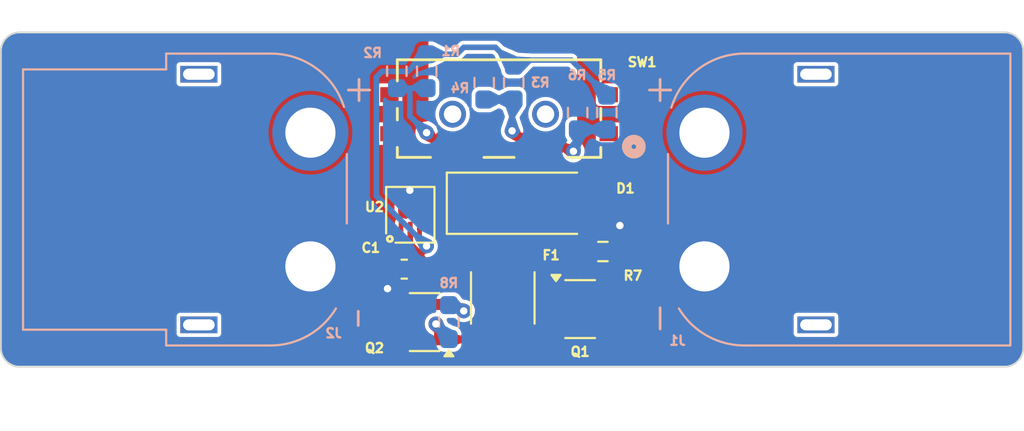
<source format=kicad_pcb>
(kicad_pcb (version 20240108) (generator "pcbnew") (generator_version "8.0")
  (layers (0 "F.Cu" signal) (31 "B.Cu" signal) (34 "B.Paste" user) (35 "F.Paste" user) (36 "B.SilkS" user "B.Silkscreen") (37 "F.SilkS" user "F.Silkscreen") (38 "B.Mask" user) (39 "F.Mask" user) (44 "Edge.Cuts" user))
  (net 0 "")
  (net 1 "GND")
  (net 2 "Net-(R1-Pad1)")
  (net 3 "Net-(Q2-S)")
  (net 4 "Net-(D1-K)")
  (net 5 "Net-(D1-A)")
  (net 6 "Net-(J1-Pin_2)")
  (net 7 "Net-(J2-Pin_2)")
  (net 8 "Net-(R3-Pad1)")
  (net 9 "Net-(R5-Pad1)")
  (net 10 "Net-(Q2-G)")
  (net 11 "Net-(U2-IN-)")
  (footprint "Package_TO_SOT_SMD:SOT-23-3" (layer "F.Cu") (at 147.1625 119.9)
    (property "Reference" "Q1" (at 0 2.3 0) (layer "F.SilkS") (effects (font (size 0.5 0.5))))
    (property "Value" "GSFC3415C")
    (fp_line (start 0 -1.56) (end -0.8 -1.56) (stroke (width 0.12)) (layer "F.SilkS"))
    (fp_line (start 0 -1.56) (end 0.8 -1.56) (stroke (width 0.12)) (layer "F.SilkS"))
    (fp_line (start 0 1.56) (end -0.8 1.56) (stroke (width 0.12)) (layer "F.SilkS"))
    (fp_line (start 0 1.56) (end 0.8 1.56) (stroke (width 0.12)) (layer "F.SilkS"))
    (fp_poly (pts (xy -1.3 -1.51) (xy -1.54 -1.84) (xy -1.06 -1.84) (xy -1.3 -1.51)) (stroke (width 0.12)) (fill solid) (layer "F.SilkS"))
    (pad "1" smd roundrect (at -1.1375 -0.95) (size 1.325 0.6) (layers "F.Cu" "F.Paste" "F.Mask") (net 4 "Net-(D1-K)"))
    (pad "2" smd roundrect (at -1.1375 0.95) (size 1.325 0.6) (layers "F.Cu" "F.Paste" "F.Mask") (net 5 "Net-(D1-A)"))
    (pad "3" smd roundrect (at 1.1375 0) (size 1.325 0.6) (layers "F.Cu" "F.Paste" "F.Mask") (net 6 "Net-(J1-Pin_2)"))
  )
  (footprint "BPP_Lib:CUS-13TB_NDC" (layer "F.Cu") (at 142.8 109.1 180)
    (property "Reference" "SW1" (at -7.7 2.5 0) (layer "F.SilkS") (effects (font (size 0.5 0.5))))
    (property "Value" "CUS-13TB")
    (fp_circle (center -7.2517 -2.0519) (end -6.8707 -2.0519) (stroke (width 0.508)) (fill none) (layer "B.SilkS"))
    (fp_line (start 5.4737 2.628901) (end 5.4737 1.48724) (stroke (width 0.1524)) (layer "F.SilkS"))
    (fp_line (start 5.4737 0.00896) (end 5.4737 -0.612759) (stroke (width 0.1524)) (layer "F.SilkS"))
    (fp_line (start 5.4737 -2.091039) (end 5.4737 -2.6289) (stroke (width 0.1524)) (layer "F.SilkS"))
    (fp_line (start 5.4737 -2.6289) (end 3.688339 -2.6289) (stroke (width 0.1524)) (layer "F.SilkS"))
    (fp_line (start 0.81166 -2.6289) (end -0.81166 -2.6289) (stroke (width 0.1524)) (layer "F.SilkS"))
    (fp_line (start -3.688339 -2.6289) (end -5.4737 -2.6289) (stroke (width 0.1524)) (layer "F.SilkS"))
    (fp_line (start -5.4737 2.628901) (end 5.4737 2.628901) (stroke (width 0.1524)) (layer "F.SilkS"))
    (fp_line (start -5.4737 1.48724) (end -5.4737 2.628901) (stroke (width 0.1524)) (layer "F.SilkS"))
    (fp_line (start -5.4737 -0.612759) (end -5.4737 0.00896) (stroke (width 0.1524)) (layer "F.SilkS"))
    (fp_line (start -5.4737 -2.6289) (end -5.4737 -2.091039) (stroke (width 0.1524)) (layer "F.SilkS"))
    (fp_circle (center -7.2517 -2.0519) (end -6.8707 -2.0519) (stroke (width 0.508)) (fill none) (layer "F.SilkS"))
    (pad "1" smd rect (at -2.999999 -2.0519 180) (size 0.7112 1.4986) (layers "F.Cu" "F.Paste" "F.Mask") (net 9 "Net-(R5-Pad1)"))
    (pad "2" smd rect (at -1.5 -2.0519 180) (size 0.7112 1.4986) (layers "F.Cu" "F.Paste" "F.Mask") (net 8 "Net-(R3-Pad1)"))
    (pad "3" smd rect (at 1.5 -2.0519 180) (size 0.7112 1.4986) (layers "F.Cu" "F.Paste" "F.Mask") (net 11 "Net-(U2-IN-)"))
    (pad "4" smd rect (at 2.999999 -2.0519 180) (size 0.7112 1.4986) (layers "F.Cu" "F.Paste" "F.Mask") (net 2 "Net-(R1-Pad1)"))
    (pad "5" smd rect (at -5.899998 -1.351899 180) (size 0.9906 0.8128) (layers "F.Cu" "F.Paste" "F.Mask"))
    (pad "6" smd rect (at 5.899998 -1.351899 180) (size 0.9906 0.8128) (layers "F.Cu" "F.Paste" "F.Mask"))
    (pad "7" smd rect (at -5.899998 0.7481 180) (size 0.9906 0.8128) (layers "F.Cu" "F.Paste" "F.Mask"))
    (pad "8" smd rect (at 5.899998 0.7481 180) (size 0.9906 0.8128) (layers "F.Cu" "F.Paste" "F.Mask"))
    (pad "9" thru_hole circle (at -2.5 -0.30184 180) (size 1.4478 1.4478) (drill 0.9398) (layers "*.Cu" "*.Mask"))
    (pad "10" thru_hole circle (at 2.5 -0.30184 180) (size 1.4478 1.4478) (drill 0.9398) (layers "*.Cu" "*.Mask"))
  )
  (footprint "PCM_Package_DFN_QFN_AKL:DFN-3-1EP-2x2mm_P0.5mm_EP1x1.35mm" (layer "F.Cu") (at 138.025 114.6214 90)
    (property "Reference" "U2" (at 0.2214 -1.925 0) (layer "F.SilkS") (effects (font (size 0.5 0.5))))
    (property "Value" "LT6703HDC-2" (hide yes))
    (fp_line (start 1.3 -1.3) (end 1.3 1.3) (stroke (width 0.12)) (layer "F.SilkS"))
    (fp_line (start -1.2 -1.3) (end 1.3 -1.3) (stroke (width 0.12)) (layer "F.SilkS"))
    (fp_line (start 1.3 1.3) (end -1.7 1.3) (stroke (width 0.12)) (layer "F.SilkS"))
    (fp_line (start -1.7 1.3) (end -1.7 -0.8) (stroke (width 0.12)) (layer "F.SilkS"))
    (fp_circle (center -1.5 -1.1) (end -1.4365 -1.1) (stroke (width 0.15)) (fill none) (layer "F.SilkS"))
    (pad "1" smd roundrect (at -0.9625 -0.5 90) (size 0.775 0.25) (layers "F.Cu" "F.Paste" "F.Mask") (net 10 "Net-(Q2-G)"))
    (pad "2" smd roundrect (at -0.9625 0 90) (size 0.775 0.25) (layers "F.Cu" "F.Paste" "F.Mask") (net 3 "Net-(Q2-S)"))
    (pad "3" smd roundrect (at -0.9625 0.5 90) (size 0.775 0.25) (layers "F.Cu" "F.Paste" "F.Mask") (net 11 "Net-(U2-IN-)"))
    (pad "4" smd roundrect (at 0.2 0 90) (size 1 1.3) (layers "F.Cu" "F.Mask") (net 1 "GND"))
  )
  (footprint "Fuse:Fuse_1812_4532Metric_Pad1.30x3.40mm_HandSolder" (layer "F.Cu") (at 143 119.3 -90)
    (property "Reference" "F1" (at -2.3 -2.6 180) (layer "F.SilkS") (effects (font (size 0.5 0.5))))
    (property "Value" "1812L300/24SLER")
    (fp_line (start -1.386252 1.71) (end 1.386252 1.71) (stroke (width 0.12)) (layer "F.SilkS"))
    (fp_line (start -1.386252 -1.71) (end 1.386252 -1.71) (stroke (width 0.12)) (layer "F.SilkS"))
    (pad "1" smd roundrect (at -2.225 0 270) (size 1.3 3.4) (layers "F.Cu" "F.Paste" "F.Mask") (roundrect_rratio 0.192308) (net 4 "Net-(D1-K)"))
    (pad "2" smd roundrect (at 2.225 0 270) (size 1.3 3.4) (layers "F.Cu" "F.Paste" "F.Mask") (roundrect_rratio 0.192308) (net 3 "Net-(Q2-S)"))
  )
  (footprint "Package_TO_SOT_SMD:SOT-23-3" (layer "F.Cu") (at 138.8 120.6 180)
    (property "Reference" "Q2" (at 2.7 -1.4 180) (layer "F.SilkS") (effects (font (size 0.5 0.5))))
    (property "Value" "GSFC3415C")
    (fp_line (start 0 1.56) (end 0.8 1.56) (stroke (width 0.12)) (layer "F.SilkS"))
    (fp_line (start 0 1.56) (end -0.8 1.56) (stroke (width 0.12)) (layer "F.SilkS"))
    (fp_line (start 0 -1.56) (end 0.8 -1.56) (stroke (width 0.12)) (layer "F.SilkS"))
    (fp_line (start 0 -1.56) (end -0.8 -1.56) (stroke (width 0.12)) (layer "F.SilkS"))
    (fp_poly (pts (xy -1.3 -1.51) (xy -1.54 -1.84) (xy -1.06 -1.84) (xy -1.3 -1.51)) (stroke (width 0.12)) (fill solid) (layer "F.SilkS"))
    (pad "1" smd roundrect (at -1.1375 -0.95 180) (size 1.325 0.6) (layers "F.Cu" "F.Paste" "F.Mask") (net 3 "Net-(Q2-S)"))
    (pad "2" smd roundrect (at -1.1375 0.95 180) (size 1.325 0.6) (layers "F.Cu" "F.Paste" "F.Mask") (net 10 "Net-(Q2-G)"))
    (pad "3" smd roundrect (at 1.1375 0 180) (size 1.325 0.6) (layers "F.Cu" "F.Paste" "F.Mask") (net 7 "Net-(J2-Pin_2)"))
  )
  (footprint "Diode_SMD:D_SMA_Handsoldering" (layer "F.Cu") (at 144.5 114.2)
    (property "Reference" "D1" (at 5.1 -0.8 0) (layer "F.SilkS") (effects (font (size 0.5 0.5))))
    (property "Value" "SMAZ10-13-F")
    (fp_line (start -4.51 -1.65) (end -4.51 1.65) (stroke (width 0.12)) (layer "F.SilkS"))
    (fp_line (start -4.51 -1.65) (end 2.5 -1.65) (stroke (width 0.12)) (layer "F.SilkS"))
    (fp_line (start -4.51 1.65) (end 2.5 1.65) (stroke (width 0.12)) (layer "F.SilkS"))
    (pad "1" smd roundrect (at -2.5 0) (size 3.5 1.8) (layers "F.Cu" "F.Paste" "F.Mask") (roundrect_rratio 0.1388888889) (net 4 "Net-(D1-K)"))
    (pad "2" smd roundrect (at 2.5 0) (size 3.5 1.8) (layers "F.Cu" "F.Paste" "F.Mask") (roundrect_rratio 0.1388888889) (net 5 "Net-(D1-A)"))
  )
  (footprint "Resistor_SMD:R_0603_1608Metric_Pad0.98x0.95mm_HandSolder" (layer "F.Cu") (at 148.3875 116.8 180)
    (property "Reference" "R7" (at -1.6125 -1.3 180) (layer "F.SilkS") (effects (font (size 0.5 0.5))))
    (property "Value" "10k")
    (fp_line (start -0.254724 0.5225) (end 0.254724 0.5225) (stroke (width 0.12)) (layer "F.SilkS"))
    (fp_line (start -0.254724 -0.5225) (end 0.254724 -0.5225) (stroke (width 0.12)) (layer "F.SilkS"))
    (pad "1" smd roundrect (at -0.9125 0 180) (size 0.975 0.95) (layers "F.Cu" "F.Paste" "F.Mask") (net 1 "GND"))
    (pad "2" smd roundrect (at 0.9125 0 180) (size 0.975 0.95) (layers "F.Cu" "F.Paste" "F.Mask") (net 5 "Net-(D1-A)"))
  )
  (footprint "Capacitor_SMD:C_0603_1608Metric_Pad1.08x0.95mm_HandSolder" (layer "F.Cu") (at 137.7 117.75)
    (property "Reference" "C1" (at -1.8 -1.15 0) (layer "F.SilkS") (effects (font (size 0.5 0.5))))
    (property "Value" "100nF")
    (fp_line (start -0.146267 -0.51) (end 0.146267 -0.51) (stroke (width 0.12)) (layer "F.SilkS"))
    (fp_line (start -0.146267 0.51) (end 0.146267 0.51) (stroke (width 0.12)) (layer "F.SilkS"))
    (pad "1" smd roundrect (at -0.8625 0) (size 1.075 0.95) (layers "F.Cu" "F.Paste" "F.Mask") (net 1 "GND"))
    (pad "2" smd roundrect (at 0.8625 0) (size 1.075 0.95) (layers "F.Cu" "F.Paste" "F.Mask") (net 3 "Net-(Q2-S)"))
  )
  (footprint "Resistor_SMD:R_0603_1608Metric_Pad0.98x0.95mm_HandSolder" (layer "B.Cu") (at 137.3 107.0875 -90)
    (property "Reference" "R2" (at -0.9875 1.3 180) (layer "B.SilkS") (effects (font (size 0.5 0.5)) (justify mirror)))
    (property "Value" "145k")
    (fp_line (start 0.254724 0.5225) (end -0.254724 0.5225) (stroke (width 0.12)) (layer "B.SilkS"))
    (fp_line (start 0.254724 -0.5225) (end -0.254724 -0.5225) (stroke (width 0.12)) (layer "B.SilkS"))
    (pad "1" smd roundrect (at -0.9125 0 270) (size 0.975 0.95) (layers "B.Cu" "B.Paste" "B.Mask") (net 1 "GND"))
    (pad "2" smd roundrect (at 0.9125 0 270) (size 0.975 0.95) (layers "B.Cu" "B.Paste" "B.Mask") (net 2 "Net-(R1-Pad1)"))
  )
  (footprint "Connector_AMASS:AMASS_XT60PW-F_1x02_P7.20mm_Horizontal" (layer "B.Cu") (at 132.65 117.6 -90)
    (property "Reference" "J2" (at 3.6 -1.25 180) (layer "B.SilkS") (effects (font (size 0.5 0.5)) (justify mirror)))
    (property "Value" "XT60PW-F")
    (fp_line (start 3.41 15.46) (end -10.61 15.46) (stroke (width 0.12)) (layer "B.SilkS"))
    (fp_line (start -10.61 7.76) (end -10.61 15.46) (stroke (width 0.12)) (layer "B.SilkS"))
    (fp_line (start -10.61 7.76) (end -11.46 7.76) (stroke (width 0.12)) (layer "B.SilkS"))
    (fp_line (start 3.41 7.76) (end 3.41 15.46) (stroke (width 0.12)) (layer "B.SilkS"))
    (fp_line (start 4.26 7.76) (end 3.41 7.76) (stroke (width 0.12)) (layer "B.SilkS"))
    (fp_line (start -11.46 2.15) (end -11.46 7.76) (stroke (width 0.12)) (layer "B.SilkS"))
    (fp_line (start 4.26 2.15) (end 4.26 7.76) (stroke (width 0.12)) (layer "B.SilkS"))
    (fp_line (start -2.31 -1.96) (end -6.05 -1.96) (stroke (width 0.12)) (layer "B.SilkS"))
    (fp_arc (start -11.46 2.15) (mid -10.677645 -0.302568) (end -8.5899 -1.808718) (stroke (width 0.12)) (layer "B.SilkS"))
    (fp_arc (start 2.266806 -1.372958) (mid 3.727162 0.126139) (end 4.26 2.15) (stroke (width 0.12)) (layer "B.SilkS"))
    (fp_text user "-" (at 2.8 -2.5 90) (layer "B.SilkS") (effects (justify mirror)))
    (fp_text user "+" (at -9.5 -2.5 90) (layer "B.SilkS") (effects (font (size 1.5 1.5)) (justify mirror)))
    (pad "" thru_hole rect (at -10.35 6 270) (size 0.9 2) (drill oval 0.6 1.7) (layers "*.Cu" "*.Mask"))
    (pad "" thru_hole rect (at 3.15 6 270) (size 0.9 2) (drill oval 0.6 1.7) (layers "*.Cu" "*.Mask"))
    (pad "1" thru_hole roundrect (at 0 0 270) (size 4.1 4.1) (drill 2.7) (layers "*.Cu" "*.Mask") (net 1 "GND"))
    (pad "2" thru_hole circle (at -7.2 0 270) (size 4.1 4.1) (drill 2.7) (layers "*.Cu" "*.Mask") (net 7 "Net-(J2-Pin_2)"))
  )
  (footprint "Resistor_SMD:R_0603_1608Metric_Pad0.98x0.95mm_HandSolder" (layer "B.Cu") (at 143.59 107.7 90)
    (property "Reference" "R3" (at 0 1.43 0) (layer "B.SilkS") (effects (font (size 0.5 0.5)) (justify mirror)))
    (property "Value" "1M")
    (fp_line (start 0.254724 -0.5225) (end -0.254724 -0.5225) (stroke (width 0.12)) (layer "B.SilkS"))
    (fp_line (start 0.254724 0.5225) (end -0.254724 0.5225) (stroke (width 0.12)) (layer "B.SilkS"))
    (pad "1" smd roundrect (at -0.9125 0 90) (size 0.975 0.95) (layers "B.Cu" "B.Paste" "B.Mask") (net 8 "Net-(R3-Pad1)"))
    (pad "2" smd roundrect (at 0.9125 0 90) (size 0.975 0.95) (layers "B.Cu" "B.Paste" "B.Mask") (net 3 "Net-(Q2-S)"))
  )
  (footprint "Resistor_SMD:R_0603_1608Metric_Pad0.98x0.95mm_HandSolder" (layer "B.Cu") (at 148.6 109.3125 90)
    (property "Reference" "R5" (at 2.0125 0 0) (layer "B.SilkS") (effects (font (size 0.5 0.5)) (justify mirror)))
    (property "Value" "1M")
    (fp_line (start 0.254724 -0.5225) (end -0.254724 -0.5225) (stroke (width 0.12)) (layer "B.SilkS"))
    (fp_line (start 0.254724 0.5225) (end -0.254724 0.5225) (stroke (width 0.12)) (layer "B.SilkS"))
    (pad "1" smd roundrect (at -0.9125 0 90) (size 0.975 0.95) (layers "B.Cu" "B.Paste" "B.Mask") (net 9 "Net-(R5-Pad1)"))
    (pad "2" smd roundrect (at 0.9125 0 90) (size 0.975 0.95) (layers "B.Cu" "B.Paste" "B.Mask") (net 3 "Net-(Q2-S)"))
  )
  (footprint "Resistor_SMD:R_0603_1608Metric_Pad0.98x0.95mm_HandSolder" (layer "B.Cu") (at 138.91 107.0875 90)
    (property "Reference" "R1" (at 1.0875 1.29 0) (layer "B.SilkS") (effects (font (size 0.5 0.5)) (justify mirror)))
    (property "Value" "1M")
    (fp_line (start 0.254724 -0.5225) (end -0.254724 -0.5225) (stroke (width 0.12)) (layer "B.SilkS"))
    (fp_line (start 0.254724 0.5225) (end -0.254724 0.5225) (stroke (width 0.12)) (layer "B.SilkS"))
    (pad "1" smd roundrect (at -0.9125 0 90) (size 0.975 0.95) (layers "B.Cu" "B.Paste" "B.Mask") (net 2 "Net-(R1-Pad1)"))
    (pad "2" smd roundrect (at 0.9125 0 90) (size 0.975 0.95) (layers "B.Cu" "B.Paste" "B.Mask") (net 3 "Net-(Q2-S)"))
  )
  (footprint "Resistor_SMD:R_0603_1608Metric_Pad0.98x0.95mm_HandSolder" (layer "B.Cu") (at 140.1 120.6 -90)
    (property "Reference" "R8" (at -2.1 0 180) (layer "B.SilkS") (effects (font (size 0.5 0.5)) (justify mirror)))
    (property "Value" "1M")
    (fp_line (start 0.254724 0.5225) (end -0.254724 0.5225) (stroke (width 0.12)) (layer "B.SilkS"))
    (fp_line (start 0.254724 -0.5225) (end -0.254724 -0.5225) (stroke (width 0.12)) (layer "B.SilkS"))
    (pad "1" smd roundrect (at -0.9125 0 270) (size 0.975 0.95) (layers "B.Cu" "B.Paste" "B.Mask") (net 10 "Net-(Q2-G)"))
    (pad "2" smd roundrect (at 0.9125 0 270) (size 0.975 0.95) (layers "B.Cu" "B.Paste" "B.Mask") (net 3 "Net-(Q2-S)"))
  )
  (footprint "Connector_AMASS:AMASS_XT60PW-M_1x02_P7.20mm_Horizontal" (layer "B.Cu") (at 153.85 117.6 90)
    (property "Reference" "J1" (at -4 -1.45 0) (layer "B.SilkS") (effects (font (size 0.5 0.5)) (justify mirror)))
    (property "Value" "XT60PW-M")
    (fp_line (start 6.05 -1.96) (end 2.31 -1.96) (stroke (width 0.12)) (layer "B.SilkS"))
    (fp_line (start 11.46 2.15) (end 11.46 16.46) (stroke (width 0.12)) (layer "B.SilkS"))
    (fp_line (start -4.26 2.15) (end -4.26 16.46) (stroke (width 0.12)) (layer "B.SilkS"))
    (fp_line (start 11.46 16.46) (end -4.26 16.46) (stroke (width 0.12)) (layer "B.SilkS"))
    (fp_arc (start 8.551648 -1.780413) (mid 10.653852 -0.294722) (end 11.46 2.15) (stroke (width 0.12)) (layer "B.SilkS"))
    (fp_arc (start -4.26 2.15) (mid -3.727162 0.126139) (end -2.266806 -1.372958) (stroke (width 0.12)) (layer "B.SilkS"))
    (fp_text user "+" (at 9.5 -2.5 -90) (layer "B.SilkS") (effects (font (size 1.5 1.5)) (justify mirror)))
    (fp_text user "-" (at -2.8 -2.5 -90) (layer "B.SilkS") (effects (font (size 1.5 1.5)) (justify mirror)))
    (pad "" thru_hole rect (at -3.15 6 90) (size 0.9 2) (drill oval 0.6 1.7) (layers "*.Cu" "*.Mask"))
    (pad "" thru_hole rect (at 10.35 6 90) (size 0.9 2) (drill oval 0.6 1.7) (layers "*.Cu" "*.Mask"))
    (pad "1" thru_hole roundrect (at 0 0 90) (size 4.1 4.1) (drill 2.7) (layers "*.Cu" "*.Mask") (net 1 "GND"))
    (pad "2" thru_hole circle (at 7.2 0 90) (size 4.1 4.1) (drill 2.7) (layers "*.Cu" "*.Mask") (net 6 "Net-(J1-Pin_2)"))
  )
  (footprint "Resistor_SMD:R_0603_1608Metric_Pad0.98x0.95mm_HandSolder" (layer "B.Cu") (at 142 107.7 -90)
    (property "Reference" "R4" (at 0.3 1.3 180) (layer "B.SilkS") (effects (font (size 0.5 0.5)) (justify mirror)))
    (property "Value" "67k")
    (fp_line (start 0.254724 0.5225) (end -0.254724 0.5225) (stroke (width 0.12)) (layer "B.SilkS"))
    (fp_line (start 0.254724 -0.5225) (end -0.254724 -0.5225) (stroke (width 0.12)) (layer "B.SilkS"))
    (pad "1" smd roundrect (at -0.9125 0 270) (size 0.975 0.95) (layers "B.Cu" "B.Paste" "B.Mask") (net 1 "GND"))
    (pad "2" smd roundrect (at 0.9125 0 270) (size 0.975 0.95) (layers "B.Cu" "B.Paste" "B.Mask") (net 8 "Net-(R3-Pad1)"))
  )
  (footprint "Resistor_SMD:R_0603_1608Metric_Pad0.98x0.95mm_HandSolder" (layer "B.Cu") (at 147.03 109.3125 90)
    (property "Reference" "R6" (at 2.0125 -0.03 0) (layer "B.SilkS") (effects (font (size 0.5 0.5)) (justify mirror)))
    (property "Value" "44.5k")
    (fp_line (start 0.254724 -0.5225) (end -0.254724 -0.5225) (stroke (width 0.12)) (layer "B.SilkS"))
    (fp_line (start 0.254724 0.5225) (end -0.254724 0.5225) (stroke (width 0.12)) (layer "B.SilkS"))
    (pad "1" smd roundrect (at -0.9125 0 90) (size 0.975 0.95) (layers "B.Cu" "B.Paste" "B.Mask") (net 9 "Net-(R5-Pad1)"))
    (pad "2" smd roundrect (at 0.9125 0 90) (size 0.975 0.95) (layers "B.Cu" "B.Paste" "B.Mask") (net 1 "GND"))
  )
  (gr_line (start 116 122) (end 116 106) (stroke (width 0.1)) (layer "Edge.Cuts"))
  (gr_line (start 170 123) (end 117 123) (stroke (width 0.1)) (layer "Edge.Cuts"))
  (gr_line (start 171 122) (end 171 106) (stroke (width 0.1)) (layer "Edge.Cuts"))
  (gr_arc (start 170 105) (mid 170.707107 105.292893) (end 171 106) (stroke (width 0.1)) (layer "Edge.Cuts"))
  (gr_line (start 117 105) (end 170 105) (stroke (width 0.1)) (layer "Edge.Cuts"))
  (gr_arc (start 117 123) (mid 116.292893 122.707107) (end 116 122) (stroke (width 0.1)) (layer "Edge.Cuts"))
  (gr_arc (start 116 106) (mid 116.292893 105.292893) (end 117 105) (stroke (width 0.1)) (layer "Edge.Cuts"))
  (gr_arc (start 171 122) (mid 170.707107 122.707107) (end 170 123) (stroke (width 0.1)) (layer "Edge.Cuts"))
  (segment (start 138.025 114.4214) (end 138.025 113.525) (width 1) (layer "F.Cu") (net 1))
  (segment (start 136.8 118.8) (end 136.8 117.7875) (width 1) (layer "F.Cu") (net 1))
  (segment (start 136.8 117.7875) (end 136.8375 117.75) (width 1) (layer "F.Cu") (net 1))
  (segment (start 149.3 115.4) (end 149.3 116.8) (width 1) (layer "F.Cu") (net 1))
  (segment (start 138.025 113.525) (end 138 113.5) (width 1) (layer "F.Cu") (net 1))
  (via (at 149.3 115.4) (size 0.8) (drill 0.4) (layers "F.Cu" "B.Cu") (net 1))
  (via (at 138 113.5) (size 0.8) (drill 0.4) (layers "F.Cu" "B.Cu") (net 1))
  (via (at 136.8 118.8) (size 0.8) (drill 0.4) (layers "F.Cu" "B.Cu") (net 1))
  (segment (start 139.6519 111.1519) (end 139.800001 111.1519) (width 0.3) (layer "F.Cu") (net 2))
  (segment (start 138.9 110.4) (end 139.6519 111.1519) (width 0.3) (layer "F.Cu") (net 2))
  (via (at 138.9 110.4) (size 0.8) (drill 0.4) (layers "F.Cu" "B.Cu") (net 2))
  (segment (start 138 109.5) (end 138.9 110.4) (width 0.3) (layer "B.Cu") (net 2))
  (segment (start 138 108) (end 138 109.5) (width 0.3) (layer "B.Cu") (net 2))
  (segment (start 138 108) (end 138.91 108) (width 0.3) (layer "B.Cu") (net 2))
  (segment (start 137.3 108) (end 138 108) (width 0.3) (layer "B.Cu") (net 2))
  (segment (start 138.025 115.5839) (end 138.025 116.375) (width 0.3) (layer "F.Cu") (net 3))
  (segment (start 140 117.75) (end 143 120.75) (width 0.3) (layer "F.Cu") (net 3))
  (segment (start 138.025 116.375) (end 138.6 116.95) (width 0.3) (layer "F.Cu") (net 3))
  (segment (start 138.5625 117.75) (end 140 117.75) (width 0.3) (layer "F.Cu") (net 3))
  (segment (start 139.4 120.7) (end 139.4 121.0125) (width 0.3) (layer "F.Cu") (net 3))
  (segment (start 138.6 117.7125) (end 138.5625 117.75) (width 0.3) (layer "F.Cu") (net 3))
  (segment (start 139.9625 121.525) (end 143 121.525) (width 0.3) (layer "F.Cu") (net 3))
  (segment (start 138.9 116.65) (end 138.6 116.95) (width 0.3) (layer "F.Cu") (net 3))
  (segment (start 139.4 121.0125) (end 139.9375 121.55) (width 0.3) (layer "F.Cu") (net 3))
  (segment (start 138.6 116.95) (end 138.6 117.7125) (width 0.3) (layer "F.Cu") (net 3))
  (segment (start 143 120.75) (end 143 121.525) (width 0.3) (layer "F.Cu") (net 3))
  (segment (start 138.9 116.5) (end 138.9 116.65) (width 0.3) (layer "F.Cu") (net 3))
  (segment (start 139.9375 121.55) (end 139.9625 121.525) (width 0.3) (layer "F.Cu") (net 3))
  (via (at 139.4 120.7) (size 0.8) (drill 0.4) (layers "F.Cu" "B.Cu") (net 3))
  (via (at 138.9 116.5) (size 0.8) (drill 0.4) (layers "F.Cu" "B.Cu") (net 3))
  (segment (start 138 107) (end 137.9 107.1) (width 0.3) (layer "B.Cu") (net 3))
  (segment (start 146.6875 106.4875) (end 148.6 108.4) (width 0.3) (layer "B.Cu") (net 3))
  (segment (start 138.91 106.175) (end 140.525 106.175) (width 0.3) (layer "B.Cu") (net 3))
  (segment (start 140.1 121.4) (end 139.4 120.7) (width 0.3) (layer "B.Cu") (net 3))
  (segment (start 136.2 109.6) (end 136.2 113.8) (width 0.3) (layer "B.Cu") (net 3))
  (segment (start 140.525 106.175) (end 140.9 105.8) (width 0.3) (layer "B.Cu") (net 3))
  (segment (start 142.6025 105.8) (end 143.59 106.7875) (width 0.3) (layer "B.Cu") (net 3))
  (segment (start 136.2 113.8) (end 138.9 116.5) (width 0.3) (layer "B.Cu") (net 3))
  (segment (start 136.5 107.1) (end 136.2 107.4) (width 0.3) (layer "B.Cu") (net 3))
  (segment (start 138.825 106.175) (end 138 107) (width 0.3) (layer "B.Cu") (net 3))
  (segment (start 137.9 107.1) (end 136.5 107.1) (width 0.3) (layer "B.Cu") (net 3))
  (segment (start 140.9 105.8) (end 142.6025 105.8) (width 0.3) (layer "B.Cu") (net 3))
  (segment (start 138.91 106.175) (end 138.825 106.175) (width 0.3) (layer "B.Cu") (net 3))
  (segment (start 136.2 107.4) (end 136.2 109.6) (width 0.3) (layer "B.Cu") (net 3))
  (segment (start 140.1 121.5125) (end 140.1 121.4) (width 0.3) (layer "B.Cu") (net 3))
  (segment (start 143.59 106.7875) (end 143.89 106.4875) (width 0.3) (layer "B.Cu") (net 3))
  (segment (start 143.89 106.4875) (end 146.6875 106.4875) (width 0.3) (layer "B.Cu") (net 3))
  (segment (start 143 115.2) (end 142 114.2) (width 0.3) (layer "F.Cu") (net 4))
  (segment (start 145.2 117.075) (end 143 117.075) (width 0.3) (layer "F.Cu") (net 4))
  (segment (start 146.025 117.9) (end 146.025 118.95) (width 0.3) (layer "F.Cu") (net 4))
  (segment (start 146.025 117.9) (end 145.2 117.075) (width 0.3) (layer "F.Cu") (net 4))
  (segment (start 143 117.075) (end 143 115.2) (width 0.3) (layer "F.Cu") (net 4))
  (segment (start 146.2 117.2) (end 146.2 115) (width 0.3) (layer "F.Cu") (net 5))
  (segment (start 146.2 115) (end 147 114.2) (width 0.3) (layer "F.Cu") (net 5))
  (segment (start 147.1 119.5) (end 147.1 118.1) (width 0.3) (layer "F.Cu") (net 5))
  (segment (start 146.8 116.8) (end 147.475 116.8) (width 0.3) (layer "F.Cu") (net 5))
  (segment (start 146.3 117.3) (end 146.8 116.8) (width 0.3) (layer "F.Cu") (net 5))
  (segment (start 146.025 120.575) (end 147.1 119.5) (width 0.3) (layer "F.Cu") (net 5))
  (segment (start 146.025 120.85) (end 146.025 120.575) (width 0.3) (layer "F.Cu") (net 5))
  (segment (start 147.1 118.1) (end 146.3 117.3) (width 0.3) (layer "F.Cu") (net 5))
  (segment (start 146.3 117.3) (end 146.2 117.2) (width 0.3) (layer "F.Cu") (net 5))
  (segment (start 143.5 110.3) (end 143.5 110.3519) (width 0.3) (layer "F.Cu") (net 8))
  (segment (start 143.5 110.3519) (end 144.3 111.1519) (width 0.3) (layer "F.Cu") (net 8))
  (via (at 143.5 110.3) (size 0.8) (drill 0.4) (layers "F.Cu" "B.Cu") (net 8))
  (segment (start 142 108.6125) (end 143.59 108.6125) (width 0.3) (layer "B.Cu") (net 8))
  (segment (start 143.5 110.3) (end 143.5 108.7025) (width 0.3) (layer "B.Cu") (net 8))
  (segment (start 143.5 108.7025) (end 143.59 108.6125) (width 0.3) (layer "B.Cu") (net 8))
  (segment (start 146.5519 111.1519) (end 146.8 111.4) (width 0.3) (layer "F.Cu") (net 9))
  (segment (start 145.799999 111.1519) (end 146.5519 111.1519) (width 0.3) (layer "F.Cu") (net 9))
  (via (at 146.8 111.4) (size 0.8) (drill 0.4) (layers "F.Cu" "B.Cu") (net 9))
  (segment (start 147.03 110.225) (end 148.6 110.225) (width 0.3) (layer "B.Cu") (net 9))
  (segment (start 147.03 111.17) (end 146.8 111.4) (width 0.3) (layer "B.Cu") (net 9))
  (segment (start 147.03 110.225) (end 147.03 111.17) (width 0.3) (layer "B.Cu") (net 9))
  (segment (start 140.9 120) (end 140.55 119.65) (width 0.3) (layer "F.Cu") (net 10))
  (segment (start 137.525 116.775) (end 137.525 115.5839) (width 0.2) (layer "F.Cu") (net 10))
  (segment (start 137.693784 116.943784) (end 137.525 116.775) (width 0.2) (layer "F.Cu") (net 10))
  (segment (start 139.9375 119.65) (end 139.087568 119.65) (width 0.3) (layer "F.Cu") (net 10))
  (segment (start 137.693784 118.256216) (end 137.693784 116.943784) (width 0.2) (layer "F.Cu") (net 10))
  (segment (start 139.087568 119.65) (end 137.693784 118.256216) (width 0.2) (layer "F.Cu") (net 10))
  (segment (start 140.55 119.65) (end 139.9375 119.65) (width 0.3) (layer "F.Cu") (net 10))
  (via (at 140.9 120) (size 0.8) (drill 0.4) (layers "F.Cu" "B.Cu") (net 10))
  (segment (start 140.5875 119.6875) (end 140.9 120) (width 0.3) (layer "B.Cu") (net 10))
  (segment (start 140.1 119.6875) (end 140.5875 119.6875) (width 0.3) (layer "B.Cu") (net 10))
  (segment (start 139.8 114.3089) (end 138.525 115.5839) (width 0.3) (layer "F.Cu") (net 11))
  (segment (start 139.8 113.2) (end 139.8 114.3089) (width 0.3) (layer "F.Cu") (net 11))
  (segment (start 141.3 111.1519) (end 141.3 111.7) (width 0.3) (layer "F.Cu") (net 11))
  (segment (start 141.3 111.7) (end 139.8 113.2) (width 0.3) (layer "F.Cu") (net 11))
  (zone (net 7) (net_name "Net-(J2-Pin_2)") (layer "F.Cu") (priority 1) (connect_pads yes (clearance 0.2)) (min_thickness 0.2) (fill yes (thermal_gap 0.5) (thermal_bridge_width 0.5))
    (polygon (pts (xy 129 123) (xy 139 123) (xy 139 105) (xy 129 105)))
  )
  (zone (net 6) (net_name "Net-(J1-Pin_2)") (layer "F.Cu") (connect_pads yes (clearance 0.2)) (min_thickness 0.2) (fill yes (thermal_gap 0.5) (thermal_bridge_width 0.5))
    (polygon (pts (xy 147 123) (xy 158 123) (xy 158 105) (xy 147 105)))
  )
  (zone (net 1) (net_name "GND") (layers "F&B.Cu") (connect_pads yes (clearance 0.2)) (min_thickness 0.2) (fill yes (thermal_gap 0.5) (thermal_bridge_width 0.5))
    (polygon (pts (xy 116 105) (xy 171 105) (xy 171 123) (xy 116 123)))
  )
)
</source>
